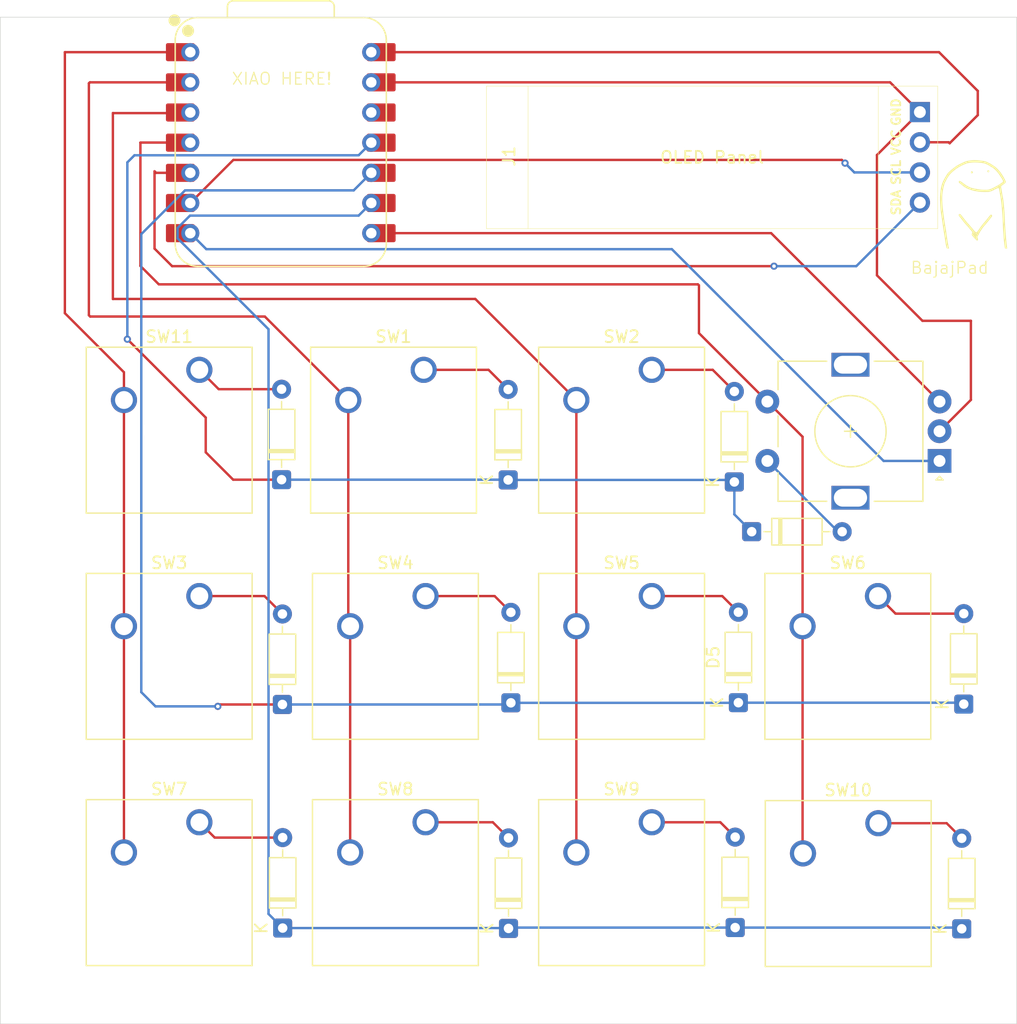
<source format=kicad_pcb>
(kicad_pcb (version 20241229) (generator "pcbnew") (generator_version "9.0")
  (layers (0 "F.Cu" signal) (2 "B.Cu" signal) (13 "F.Paste" user) (15 "B.Paste" user) (5 "F.SilkS" user "F.Silkscreen") (7 "B.SilkS" user "B.Silkscreen") (1 "F.Mask" user) (3 "B.Mask" user) (25 "Edge.Cuts" user))
  (net 0 "")
  (net 1 "Row1")
  (net 2 "Net-(D1-A)")
  (net 3 "Net-(D2-A)")
  (net 4 "Row2")
  (net 5 "Net-(D3-A)")
  (net 6 "Net-(D4-A)")
  (net 7 "Net-(D5-A)")
  (net 8 "Net-(D6-A)")
  (net 9 "Net-(D7-A)")
  (net 10 "Row3")
  (net 11 "Net-(D8-A)")
  (net 12 "Net-(D9-A)")
  (net 13 "Net-(D10-A)")
  (net 14 "Net-(D11-A)")
  (net 15 "Net-(D16-A)")
  (net 16 "+5V")
  (net 17 "SDA")
  (net 18 "SCL")
  (net 19 "GND")
  (net 20 "Col2")
  (net 21 "Col3")
  (net 22 "Col1")
  (net 23 "Col4")
  (net 24 "EC11A")
  (net 25 "EC11B")
  (footprint "hackpad:RotaryEncoder_Alps_EC11E-Switch_Vertical_H20mm_3d" (layer "F.Cu") (at 150.6 59.74 180)
    (property "Reference" "SW16" (hide yes))
    (property "Value" "RotaryEncoder_Switch" (hide yes))
    (pad "A" thru_hole rect (at 0 0 180) (size 2 2) (drill 1) (layers "*.Cu" "*.Mask") (net 24 "EC11A"))
    (pad "B" thru_hole circle (at 0 5 180) (size 2 2) (drill 1) (layers "*.Cu" "*.Mask") (net 25 "EC11B"))
    (pad "C" thru_hole circle (at 0 2.5 180) (size 2 2) (drill 1) (layers "*.Cu" "*.Mask") (net 19 "GND"))
    (pad "MP" thru_hole rect (at 7.5 -3.1 180) (size 3.2 2) (drill oval 2.8 1.5) (layers "*.Cu" "*.Mask"))
    (pad "MP" thru_hole rect (at 7.5 8.1 180) (size 3.2 2) (drill oval 2.8 1.5) (layers "*.Cu" "*.Mask"))
    (pad "S1" thru_hole circle (at 14.5 5 180) (size 2 2) (drill 1) (layers "*.Cu" "*.Mask") (net 23 "Col4"))
    (pad "S2" thru_hole circle (at 14.5 0 180) (size 2 2) (drill 1) (layers "*.Cu" "*.Mask") (net 15 "Net-(D16-A)"))
  )
  (footprint "hackpad:SW_Cherry_MX_1.00u_PCB_3D" (layer "F.Cu") (at 107.15625 52.07)
    (property "Reference" "SW1" (at -2.54 -2.794 0) (layer "F.SilkS"))
    (property "Value" "SW_Push")
    (pad "" np_thru_hole circle (at -7.62 5.08) (size 1.7 1.7) (drill 1.7) (layers "*.Cu" "*.Mask"))
    (pad "" np_thru_hole circle (at -2.54 5.08) (size 4 4) (drill 4) (layers "*.Cu" "*.Mask"))
    (pad "" np_thru_hole circle (at 2.54 5.08) (size 1.7 1.7) (drill 1.7) (layers "*.Cu" "*.Mask"))
    (pad "1" thru_hole circle (at 0 0) (size 2.2 2.2) (drill 1.5) (layers "*.Cu" "*.Mask") (net 2 "Net-(D1-A)"))
    (pad "2" thru_hole circle (at -6.35 2.54) (size 2.2 2.2) (drill 1.5) (layers "*.Cu" "*.Mask") (net 20 "Col2"))
  )
  (footprint "Diode_THT:D_DO-35_SOD27_P7.62mm_Horizontal" (layer "F.Cu") (at 152.64 80.22 90)
    (property "Reference" "D6" (hide yes))
    (property "Value" "1N4148")
    (fp_text user "K" (at 0 -1.8 90) (layer "F.SilkS"))
    (pad "1" thru_hole roundrect (at 0 0 90) (size 1.6 1.6) (drill 0.8) (layers "*.Cu" "*.Mask") (roundrect_rratio 0.15625) (net 4 "Row2"))
    (pad "2" thru_hole circle (at 7.62 0 90) (size 1.6 1.6) (drill 0.8) (layers "*.Cu" "*.Mask") (net 8 "Net-(D6-A)"))
  )
  (footprint "hackpad:SW_Cherry_MX_1.00u_PCB_3D" (layer "F.Cu") (at 126.365 90.17)
    (property "Reference" "SW9" (at -2.54 -2.794 0) (layer "F.SilkS"))
    (property "Value" "SW_Push")
    (pad "" np_thru_hole circle (at -7.62 5.08) (size 1.7 1.7) (drill 1.7) (layers "*.Cu" "*.Mask"))
    (pad "" np_thru_hole circle (at -2.54 5.08) (size 4 4) (drill 4) (layers "*.Cu" "*.Mask"))
    (pad "" np_thru_hole circle (at 2.54 5.08) (size 1.7 1.7) (drill 1.7) (layers "*.Cu" "*.Mask"))
    (pad "1" thru_hole circle (at 0 0) (size 2.2 2.2) (drill 1.5) (layers "*.Cu" "*.Mask") (net 12 "Net-(D9-A)"))
    (pad "2" thru_hole circle (at -6.35 2.54) (size 2.2 2.2) (drill 1.5) (layers "*.Cu" "*.Mask") (net 21 "Col3"))
  )
  (footprint "hackpad:SW_Cherry_MX_1.00u_PCB_3D" (layer "F.Cu") (at 88.265 71.12)
    (property "Reference" "SW3" (at -2.54 -2.794 0) (layer "F.SilkS"))
    (property "Value" "SW_Push")
    (pad "" np_thru_hole circle (at -7.62 5.08) (size 1.7 1.7) (drill 1.7) (layers "*.Cu" "*.Mask"))
    (pad "" np_thru_hole circle (at -2.54 5.08) (size 4 4) (drill 4) (layers "*.Cu" "*.Mask"))
    (pad "" np_thru_hole circle (at 2.54 5.08) (size 1.7 1.7) (drill 1.7) (layers "*.Cu" "*.Mask"))
    (pad "1" thru_hole circle (at 0 0) (size 2.2 2.2) (drill 1.5) (layers "*.Cu" "*.Mask") (net 5 "Net-(D3-A)"))
    (pad "2" thru_hole circle (at -6.35 2.54) (size 2.2 2.2) (drill 1.5) (layers "*.Cu" "*.Mask") (net 22 "Col1"))
  )
  (footprint "Diode_THT:D_DO-35_SOD27_P7.62mm_Horizontal" (layer "F.Cu") (at 114.3 99.11 90)
    (property "Reference" "D8" (hide yes))
    (property "Value" "1N4148")
    (fp_text user "K" (at 0 -1.8 90) (layer "F.SilkS"))
    (pad "1" thru_hole roundrect (at 0 0 90) (size 1.6 1.6) (drill 0.8) (layers "*.Cu" "*.Mask") (roundrect_rratio 0.15625) (net 10 "Row3"))
    (pad "2" thru_hole circle (at 7.62 0 90) (size 1.6 1.6) (drill 0.8) (layers "*.Cu" "*.Mask") (net 11 "Net-(D8-A)"))
  )
  (footprint "Diode_THT:D_DO-35_SOD27_P7.62mm_Horizontal" (layer "F.Cu") (at 95.28 99.08 90)
    (property "Reference" "D7" (hide yes))
    (property "Value" "1N4148")
    (fp_text user "K" (at 0 -1.8 90) (layer "F.SilkS"))
    (pad "1" thru_hole roundrect (at 0 0 90) (size 1.6 1.6) (drill 0.8) (layers "*.Cu" "*.Mask") (roundrect_rratio 0.15625) (net 10 "Row3"))
    (pad "2" thru_hole circle (at 7.62 0 90) (size 1.6 1.6) (drill 0.8) (layers "*.Cu" "*.Mask") (net 9 "Net-(D7-A)"))
  )
  (footprint "Diode_THT:D_DO-35_SOD27_P7.62mm_Horizontal" (layer "F.Cu") (at 133.39 99.04 90)
    (property "Reference" "D9" (hide yes))
    (property "Value" "1N4148")
    (fp_text user "K" (at 0 -1.8 90) (layer "F.SilkS"))
    (pad "1" thru_hole roundrect (at 0 0 90) (size 1.6 1.6) (drill 0.8) (layers "*.Cu" "*.Mask") (roundrect_rratio 0.15625) (net 10 "Row3"))
    (pad "2" thru_hole circle (at 7.62 0 90) (size 1.6 1.6) (drill 0.8) (layers "*.Cu" "*.Mask") (net 12 "Net-(D9-A)"))
  )
  (footprint "Diode_THT:D_DO-35_SOD27_P7.62mm_Horizontal" (layer "F.Cu") (at 134.78 65.7)
    (property "Reference" "D16" (hide yes))
    (property "Value" "1N4148" (hide yes))
    (pad "1" thru_hole roundrect (at 0 0) (size 1.6 1.6) (drill 0.8) (layers "*.Cu" "*.Mask") (roundrect_rratio 0.15625) (net 1 "Row1"))
    (pad "2" thru_hole circle (at 7.62 0) (size 1.6 1.6) (drill 0.8) (layers "*.Cu" "*.Mask") (net 15 "Net-(D16-A)"))
  )
  (footprint "hackpad:SW_Cherry_MX_1.00u_PCB_3D" (layer "F.Cu") (at 126.365 71.12)
    (property "Reference" "SW5" (at -2.54 -2.794 0) (layer "F.SilkS"))
    (property "Value" "SW_Push")
    (pad "" np_thru_hole circle (at -7.62 5.08) (size 1.7 1.7) (drill 1.7) (layers "*.Cu" "*.Mask"))
    (pad "" np_thru_hole circle (at -2.54 5.08) (size 4 4) (drill 4) (layers "*.Cu" "*.Mask"))
    (pad "" np_thru_hole circle (at 2.54 5.08) (size 1.7 1.7) (drill 1.7) (layers "*.Cu" "*.Mask"))
    (pad "1" thru_hole circle (at 0 0) (size 2.2 2.2) (drill 1.5) (layers "*.Cu" "*.Mask") (net 7 "Net-(D5-A)"))
    (pad "2" thru_hole circle (at -6.35 2.54) (size 2.2 2.2) (drill 1.5) (layers "*.Cu" "*.Mask") (net 21 "Col3"))
  )
  (footprint "Diode_THT:D_DO-35_SOD27_P7.62mm_Horizontal" (layer "F.Cu") (at 95.19 61.32 90)
    (property "Reference" "D11" (hide yes))
    (property "Value" "1N4148")
    (pad "1" thru_hole roundrect (at 0 0 90) (size 1.6 1.6) (drill 0.8) (layers "*.Cu" "*.Mask") (roundrect_rratio 0.15625) (net 1 "Row1"))
    (pad "2" thru_hole circle (at 7.62 0 90) (size 1.6 1.6) (drill 0.8) (layers "*.Cu" "*.Mask") (net 14 "Net-(D11-A)"))
  )
  (footprint "Diode_THT:D_DO-35_SOD27_P7.62mm_Horizontal" (layer "F.Cu") (at 133.66 80.1 90)
    (property "Reference" "D5" (at 3.81 -2.12 90) (layer "F.SilkS"))
    (property "Value" "1N4148" (hide yes))
    (fp_text user "K" (at 0 -1.8 90) (layer "F.SilkS"))
    (pad "1" thru_hole roundrect (at 0 0 90) (size 1.6 1.6) (drill 0.8) (layers "*.Cu" "*.Mask") (roundrect_rratio 0.15625) (net 4 "Row2"))
    (pad "2" thru_hole circle (at 7.62 0 90) (size 1.6 1.6) (drill 0.8) (layers "*.Cu" "*.Mask") (net 7 "Net-(D5-A)"))
  )
  (footprint "hackpad:SW_Cherry_MX_1.00u_PCB_3D" (layer "F.Cu") (at 126.365 52.07)
    (property "Reference" "SW2" (at -2.54 -2.794 0) (layer "F.SilkS"))
    (property "Value" "SW_Push")
    (pad "" np_thru_hole circle (at -7.62 5.08) (size 1.7 1.7) (drill 1.7) (layers "*.Cu" "*.Mask"))
    (pad "" np_thru_hole circle (at -2.54 5.08) (size 4 4) (drill 4) (layers "*.Cu" "*.Mask"))
    (pad "" np_thru_hole circle (at 2.54 5.08) (size 1.7 1.7) (drill 1.7) (layers "*.Cu" "*.Mask"))
    (pad "1" thru_hole circle (at 0 0) (size 2.2 2.2) (drill 1.5) (layers "*.Cu" "*.Mask") (net 3 "Net-(D2-A)"))
    (pad "2" thru_hole circle (at -6.35 2.54) (size 2.2 2.2) (drill 1.5) (layers "*.Cu" "*.Mask") (net 21 "Col3"))
  )
  (footprint "hackpad:SW_Cherry_MX_1.00u_PCB_3D" (layer "F.Cu") (at 88.265 90.17)
    (property "Reference" "SW7" (at -2.54 -2.794 0) (layer "F.SilkS"))
    (property "Value" "SW_Push")
    (pad "" np_thru_hole circle (at -7.62 5.08) (size 1.7 1.7) (drill 1.7) (layers "*.Cu" "*.Mask"))
    (pad "" np_thru_hole circle (at -2.54 5.08) (size 4 4) (drill 4) (layers "*.Cu" "*.Mask"))
    (pad "" np_thru_hole circle (at 2.54 5.08) (size 1.7 1.7) (drill 1.7) (layers "*.Cu" "*.Mask"))
    (pad "1" thru_hole circle (at 0 0) (size 2.2 2.2) (drill 1.5) (layers "*.Cu" "*.Mask") (net 9 "Net-(D7-A)"))
    (pad "2" thru_hole circle (at -6.35 2.54) (size 2.2 2.2) (drill 1.5) (layers "*.Cu" "*.Mask") (net 22 "Col1"))
  )
  (footprint "hackpad:XIAO-RP2040-DIP_3d" (layer "F.Cu") (at 95.12 32.9385)
    (property "Reference" "U1" (hide yes))
    (property "Value" "XIAO-RP2040-DIP")
    (pad "1" smd roundrect (at -8.455 -7.62 180) (size 2.432 1.524) (layers "F.Cu" "F.Mask") (roundrect_rratio 0.1) (net 22 "Col1"))
    (pad "1" thru_hole circle (at -7.62 -7.62 180) (size 1.524 1.524) (drill 0.889) (layers "*.Cu" "*.Mask") (net 22 "Col1"))
    (pad "2" smd roundrect (at -8.455 -5.08 180) (size 2.432 1.524) (layers "F.Cu" "F.Mask") (roundrect_rratio 0.1) (net 20 "Col2"))
    (pad "2" thru_hole circle (at -7.62 -5.08 180) (size 1.524 1.524) (drill 0.889) (layers "*.Cu" "*.Mask") (net 20 "Col2"))
    (pad "3" smd roundrect (at -8.455 -2.54 180) (size 2.432 1.524) (layers "F.Cu" "F.Mask") (roundrect_rratio 0.1) (net 21 "Col3"))
    (pad "3" thru_hole circle (at -7.62 -2.54 180) (size 1.524 1.524) (drill 0.889) (layers "*.Cu" "*.Mask") (net 21 "Col3"))
    (pad "4" smd roundrect (at -8.455 0 180) (size 2.432 1.524) (layers "F.Cu" "F.Mask") (roundrect_rratio 0.1) (net 23 "Col4"))
    (pad "4" thru_hole circle (at -7.62 0 180) (size 1.524 1.524) (drill 0.889) (layers "*.Cu" "*.Mask") (net 23 "Col4"))
    (pad "5" smd roundrect (at -8.455 2.54 180) (size 2.432 1.524) (layers "F.Cu" "F.Mask") (roundrect_rratio 0.1) (net 17 "SDA"))
    (pad "5" thru_hole circle (at -7.62 2.54 180) (size 1.524 1.524) (drill 0.889) (layers "*.Cu" "*.Mask") (net 17 "SDA"))
    (pad "6" smd roundrect (at -8.455 5.08 180) (size 2.432 1.524) (layers "F.Cu" "F.Mask") (roundrect_rratio 0.1) (net 18 "SCL"))
    (pad "6" thru_hole circle (at -7.62 5.08 180) (size 1.524 1.524) (drill 0.889) (layers "*.Cu" "*.Mask") (net 18 "SCL"))
    (pad "7" smd roundrect (at -8.455 7.62 180) (size 2.432 1.524) (layers "F.Cu" "F.Mask") (roundrect_rratio 0.1) (net 24 "EC11A"))
    (pad "7" thru_hole circle (at -7.62 7.62 180) (size 1.524 1.524) (drill 0.889) (layers "*.Cu" "*.Mask") (net 24 "EC11A"))
    (pad "8" thru_hole circle (at 7.62 7.62) (size 1.524 1.524) (drill 0.889) (layers "*.Cu" "*.Mask") (net 25 "EC11B"))
    (pad "8" smd roundrect (at 8.455 7.62) (size 2.432 1.524) (layers "F.Cu" "F.Mask") (roundrect_rratio 0.1) (net 25 "EC11B"))
    (pad "9" thru_hole circle (at 7.62 5.08) (size 1.524 1.524) (drill 0.889) (layers "*.Cu" "*.Mask") (net 10 "Row3"))
    (pad "9" smd roundrect (at 8.455 5.08) (size 2.432 1.524) (layers "F.Cu" "F.Mask") (roundrect_rratio 0.1) (net 10 "Row3"))
    (pad "10" thru_hole circle (at 7.62 2.54) (size 1.524 1.524) (drill 0.889) (layers "*.Cu" "*.Mask") (net 4 "Row2"))
    (pad "10" smd roundrect (at 8.455 2.54) (size 2.432 1.524) (layers "F.Cu" "F.Mask") (roundrect_rratio 0.1) (net 4 "Row2"))
    (pad "11" thru_hole circle (at 7.62 0) (size 1.524 1.524) (drill 0.889) (layers "*.Cu" "*.Mask") (net 1 "Row1"))
    (pad "11" smd roundrect (at 8.455 0) (size 2.432 1.524) (layers "F.Cu" "F.Mask") (roundrect_rratio 0.1) (net 1 "Row1"))
    (pad "12" thru_hole circle (at 7.62 -2.54) (size 1.524 1.524) (drill 0.889) (layers "*.Cu" "*.Mask"))
    (pad "12" smd roundrect (at 8.455 -2.54) (size 2.432 1.524) (layers "F.Cu" "F.Mask") (roundrect_rratio 0.1))
    (pad "13" thru_hole circle (at 7.62 -5.08) (size 1.524 1.524) (drill 0.889) (layers "*.Cu" "*.Mask") (net 19 "GND"))
    (pad "13" smd roundrect (at 8.455 -5.08) (size 2.432 1.524) (layers "F.Cu" "F.Mask") (roundrect_rratio 0.1) (net 19 "GND"))
    (pad "14" thru_hole circle (at 7.62 -7.62) (size 1.524 1.524) (drill 0.889) (layers "*.Cu" "*.Mask") (net 16 "+5V"))
    (pad "14" smd roundrect (at 8.455 -7.62) (size 2.432 1.524) (layers "F.Cu" "F.Mask") (roundrect_rratio 0.1) (net 16 "+5V"))
  )
  (footprint "hackpad:SSD1306-0.91-OLED-4pin-128x32_3d" (layer "F.Cu") (at 112.445 28.175)
    (property "Reference" "J1" (at 1.9 5.91 90) (layer "F.SilkS"))
    (property "Value" "OLED_Disp")
    (fp_text user "SDA" (at 34.5 9.81 270) (layer "F.SilkS") (effects (font (size 0.75 0.75))))
    (fp_text user "VCC" (at 34.5 4.73 270) (layer "F.SilkS") (effects (font (size 0.75 0.75))))
    (fp_text user "OLED Panel" (at 19 6 0) (layer "F.SilkS"))
    (fp_text user "SCL" (at 34.5 7.27 270) (layer "F.SilkS") (effects (font (size 0.75 0.75))))
    (fp_text user "GND" (at 34.5 2.19 270) (layer "F.SilkS") (effects (font (size 0.75 0.75))))
    (pad "1" thru_hole rect (at 36.5 2.19) (size 1.7 1.7) (drill 1) (layers "*.Cu" "*.Mask") (net 19 "GND"))
    (pad "2" thru_hole oval (at 36.5 4.73) (size 1.7 1.7) (drill 1) (layers "*.Cu" "*.Mask") (net 16 "+5V"))
    (pad "3" thru_hole oval (at 36.5 7.27) (size 1.7 1.7) (drill 1) (layers "*.Cu" "*.Mask") (net 18 "SCL"))
    (pad "4" thru_hole oval (at 36.5 9.81) (size 1.7 1.7) (drill 1) (layers "*.Cu" "*.Mask") (net 17 "SDA"))
  )
  (footprint "Diode_THT:D_DO-35_SOD27_P7.62mm_Horizontal" (layer "F.Cu") (at 114.5 80.11 90)
    (property "Reference" "D4" (hide yes))
    (property "Value" "1N4148" (hide yes))
    (pad "1" thru_hole roundrect (at 0 0 90) (size 1.6 1.6) (drill 0.8) (layers "*.Cu" "*.Mask") (roundrect_rratio 0.15625) (net 4 "Row2"))
    (pad "2" thru_hole circle (at 7.62 0 90) (size 1.6 1.6) (drill 0.8) (layers "*.Cu" "*.Mask") (net 6 "Net-(D4-A)"))
  )
  (footprint "hackpad:SW_Cherry_MX_1.00u_PCB_3D" (layer "F.Cu") (at 145.415 71.12)
    (property "Reference" "SW6" (at -2.54 -2.794 0) (layer "F.SilkS"))
    (property "Value" "SW_Push")
    (pad "" np_thru_hole circle (at -7.62 5.08) (size 1.7 1.7) (drill 1.7) (layers "*.Cu" "*.Mask"))
    (pad "" np_thru_hole circle (at -2.54 5.08) (size 4 4) (drill 4) (layers "*.Cu" "*.Mask"))
    (pad "" np_thru_hole circle (at 2.54 5.08) (size 1.7 1.7) (drill 1.7) (layers "*.Cu" "*.Mask"))
    (pad "1" thru_hole circle (at 0 0) (size 2.2 2.2) (drill 1.5) (layers "*.Cu" "*.Mask") (net 8 "Net-(D6-A)"))
    (pad "2" thru_hole circle (at -6.35 2.54) (size 2.2 2.2) (drill 1.5) (layers "*.Cu" "*.Mask") (net 23 "Col4"))
  )
  (footprint "Photo:ok" (layer "F.Cu") (at 153.42969 36.851298)
    (property "Reference" "G***" (hide yes))
    (property "Value" "LOGO" (hide yes))
  )
  (footprint "Diode_THT:D_DO-35_SOD27_P7.62mm_Horizontal" (layer "F.Cu") (at 95.26 80.25 90)
    (property "Reference" "D3" (hide yes))
    (property "Value" "1N4148")
    (pad "1" thru_hole roundrect (at 0 0 90) (size 1.6 1.6) (drill 0.8) (layers "*.Cu" "*.Mask") (roundrect_rratio 0.15625) (net 4 "Row2"))
    (pad "2" thru_hole circle (at 7.62 0 90) (size 1.6 1.6) (drill 0.8) (layers "*.Cu" "*.Mask") (net 5 "Net-(D3-A)"))
  )
  (footprint "Diode_THT:D_DO-35_SOD27_P7.62mm_Horizontal" (layer "F.Cu") (at 133.32 61.51 90)
    (property "Reference" "D2" (hide yes))
    (property "Value" "1N4148" (hide yes))
    (fp_text user "K" (at 0 -1.8 90) (layer "F.SilkS"))
    (pad "1" thru_hole roundrect (at 0 0 90) (size 1.6 1.6) (drill 0.8) (layers "*.Cu" "*.Mask") (roundrect_rratio 0.15625) (net 1 "Row1"))
    (pad "2" thru_hole circle (at 7.62 0 90) (size 1.6 1.6) (drill 0.8) (layers "*.Cu" "*.Mask") (net 3 "Net-(D2-A)"))
  )
  (footprint "hackpad:SW_Cherry_MX_1.00u_PCB_3D" (layer "F.Cu") (at 88.265 52.07)
    (property "Reference" "SW11" (at -2.54 -2.794 0) (layer "F.SilkS"))
    (property "Value" "SW_Push")
    (pad "" np_thru_hole circle (at -7.62 5.08) (size 1.7 1.7) (drill 1.7) (layers "*.Cu" "*.Mask"))
    (pad "" np_thru_hole circle (at -2.54 5.08) (size 4 4) (drill 4) (layers "*.Cu" "*.Mask"))
    (pad "" np_thru_hole circle (at 2.54 5.08) (size 1.7 1.7) (drill 1.7) (layers "*.Cu" "*.Mask"))
    (pad "1" thru_hole circle (at 0 0) (size 2.2 2.2) (drill 1.5) (layers "*.Cu" "*.Mask") (net 14 "Net-(D11-A)"))
    (pad "2" thru_hole circle (at -6.35 2.54) (size 2.2 2.2) (drill 1.5) (layers "*.Cu" "*.Mask") (net 22 "Col1"))
  )
  (footprint "hackpad:SW_Cherry_MX_1.00u_PCB_3D" (layer "F.Cu") (at 145.45 90.25)
    (property "Reference" "SW10" (at -2.54 -2.794 0) (layer "F.SilkS"))
    (property "Value" "SW_Push")
    (pad "" np_thru_hole circle (at -7.62 5.08) (size 1.7 1.7) (drill 1.7) (layers "*.Cu" "*.Mask"))
    (pad "" np_thru_hole circle (at -2.54 5.08) (size 4 4) (drill 4) (layers "*.Cu" "*.Mask"))
    (pad "" np_thru_hole circle (at 2.54 5.08) (size 1.7 1.7) (drill 1.7) (layers "*.Cu" "*.Mask"))
    (pad "1" thru_hole circle (at 0 0) (size 2.2 2.2) (drill 1.5) (layers "*.Cu" "*.Mask") (net 13 "Net-(D10-A)"))
    (pad "2" thru_hole circle (at -6.35 2.54) (size 2.2 2.2) (drill 1.5) (layers "*.Cu" "*.Mask") (net 23 "Col4"))
  )
  (footprint "Diode_THT:D_DO-35_SOD27_P7.62mm_Horizontal" (layer "F.Cu") (at 152.47 99.14 90)
    (property "Reference" "D10" (hide yes))
    (property "Value" "1N4148")
    (fp_text user "K" (at 0 -1.8 90) (layer "F.SilkS"))
    (pad "1" thru_hole roundrect (at 0 0 90) (size 1.6 1.6) (drill 0.8) (layers "*.Cu" "*.Mask") (roundrect_rratio 0.15625) (net 10 "Row3"))
    (pad "2" thru_hole circle (at 7.62 0 90) (size 1.6 1.6) (drill 0.8) (layers "*.Cu" "*.Mask") (net 13 "Net-(D10-A)"))
  )
  (footprint "Diode_THT:D_DO-35_SOD27_P7.62mm_Horizontal" (layer "F.Cu") (at 114.27 61.34 90)
    (property "Reference" "D1" (hide yes))
    (property "Value" "1N4148" (hide yes))
    (fp_text user "K" (at 0 -1.8 90) (layer "F.SilkS"))
    (pad "1" thru_hole roundrect (at 0 0 90) (size 1.6 1.6) (drill 0.8) (layers "*.Cu" "*.Mask") (roundrect_rratio 0.15625) (net 1 "Row1"))
    (pad "2" thru_hole circle (at 7.62 0 90) (size 1.6 1.6) (drill 0.8) (layers "*.Cu" "*.Mask") (net 2 "Net-(D1-A)"))
  )
  (footprint "hackpad:SW_Cherry_MX_1.00u_PCB_3D" (layer "F.Cu") (at 107.315 71.12)
    (property "Reference" "SW4" (at -2.54 -2.794 0) (layer "F.SilkS"))
    (property "Value" "SW_Push")
    (pad "" np_thru_hole circle (at -7.62 5.08) (size 1.7 1.7) (drill 1.7) (layers "*.Cu" "*.Mask"))
    (pad "" np_thru_hole circle (at -2.54 5.08) (size 4 4) (drill 4) (layers "*.Cu" "*.Mask"))
    (pad "" np_thru_hole circle (at 2.54 5.08) (size 1.7 1.7) (drill 1.7) (layers "*.Cu" "*.Mask"))
    (pad "1" thru_hole circle (at 0 0) (size 2.2 2.2) (drill 1.5) (layers "*.Cu" "*.Mask") (net 6 "Net-(D4-A)"))
    (pad "2" thru_hole circle (at -6.35 2.54) (size 2.2 2.2) (drill 1.5) (layers "*.Cu" "*.Mask") (net 20 "Col2"))
  )
  (footprint "hackpad:SW_Cherry_MX_1.00u_PCB_3D" (layer "F.Cu") (at 107.315 90.17)
    (property "Reference" "SW8" (at -2.54 -2.794 0) (layer "F.SilkS"))
    (property "Value" "SW_Push")
    (pad "" np_thru_hole circle (at -7.62 5.08) (size 1.7 1.7) (drill 1.7) (layers "*.Cu" "*.Mask"))
    (pad "" np_thru_hole circle (at -2.54 5.08) (size 4 4) (drill 4) (layers "*.Cu" "*.Mask"))
    (pad "" np_thru_hole circle (at 2.54 5.08) (size 1.7 1.7) (drill 1.7) (layers "*.Cu" "*.Mask"))
    (pad "1" thru_hole circle (at 0 0) (size 2.2 2.2) (drill 1.5) (layers "*.Cu" "*.Mask") (net 11 "Net-(D8-A)"))
    (pad "2" thru_hole circle (at -6.35 2.54) (size 2.2 2.2) (drill 1.5) (layers "*.Cu" "*.Mask") (net 20 "Col2"))
  )
  (gr_rect (start 71.5 22.37) (end 157.1 107.15) (stroke (width 0.05)) (fill no) (layer "Edge.Cuts"))
  (gr_text "XIAO HERE!" (at 90.93 28.14 0) (layer "F.SilkS") (effects (font (size 1 1) (thickness 0.1)) (justify left bottom)))
  (gr_text " BajajPad" (at 147.34 44.06 0) (layer "F.SilkS") (effects (font (size 1 1) (thickness 0.1)) (justify left bottom)))
  (segment (start 88.8 59.01) (end 91.11 61.32) (width 0.2) (layer "F.Cu") (net 1))
  (segment (start 91.11 61.32) (end 95.19 61.32) (width 0.2) (layer "F.Cu") (net 1))
  (segment (start 82.2 49.49) (end 88.8 56.09) (width 0.2) (layer "F.Cu") (net 1))
  (segment (start 88.8 56.09) (end 88.8 59.01) (width 0.2) (layer "F.Cu") (net 1))
  (via (at 82.2 49.49) (size 0.6) (drill 0.3) (layers "F.Cu" "B.Cu") (net 1))
  (segment (start 102.74 32.9385) (end 101.677 34.0015) (width 0.2) (layer "B.Cu") (net 1))
  (segment (start 133.32 61.51) (end 133.32 64.24) (width 0.2) (layer "B.Cu") (net 1))
  (segment (start 101.677 34.0015) (end 82.7985 34.0015) (width 0.2) (layer "B.Cu") (net 1))
  (segment (start 114.27 61.34) (end 133.15 61.34) (width 0.2) (layer "B.Cu") (net 1))
  (segment (start 133.15 61.34) (end 133.32 61.51) (width 0.2) (layer "B.Cu") (net 1))
  (segment (start 82.2 34.6) (end 82.2 49.49) (width 0.2) (layer "B.Cu") (net 1))
  (segment (start 82.7985 34.0015) (end 82.2 34.6) (width 0.2) (layer "B.Cu") (net 1))
  (segment (start 133.32 64.24) (end 134.78 65.7) (width 0.2) (layer "B.Cu") (net 1))
  (segment (start 95.19 61.32) (end 114.25 61.32) (width 0.2) (layer "B.Cu") (net 1))
  (segment (start 114.25 61.32) (end 114.27 61.34) (width 0.2) (layer "B.Cu") (net 1))
  (segment (start 107.15625 52.07) (end 112.62 52.07) (width 0.2) (layer "F.Cu") (net 2))
  (segment (start 112.62 52.07) (end 114.27 53.72) (width 0.2) (layer "F.Cu") (net 2))
  (segment (start 131.5 52.07) (end 133.32 53.89) (width 0.2) (layer "F.Cu") (net 3))
  (segment (start 126.365 52.07) (end 131.5 52.07) (width 0.2) (layer "F.Cu") (net 3))
  (segment (start 89.82 80.41) (end 89.98 80.25) (width 0.2) (layer "F.Cu") (net 4))
  (segment (start 89.98 80.25) (end 95.26 80.25) (width 0.2) (layer "F.Cu") (net 4))
  (via (at 89.82 80.41) (size 0.6) (drill 0.3) (layers "F.Cu" "B.Cu") (net 4))
  (segment (start 114.36 80.25) (end 114.5 80.11) (width 0.2) (layer "B.Cu") (net 4))
  (segment (start 114.5 80.11) (end 133.65 80.11) (width 0.2) (layer "B.Cu") (net 4))
  (segment (start 101.263 36.9555) (end 87.05969 36.9555) (width 0.2) (layer "B.Cu") (net 4))
  (segment (start 133.66 80.1) (end 152.52 80.1) (width 0.2) (layer "B.Cu") (net 4))
  (segment (start 152.52 80.1) (end 152.64 80.22) (width 0.2) (layer "B.Cu") (net 4))
  (segment (start 83.374 40.64119) (end 83.374 79.214) (width 0.2) (layer "B.Cu") (net 4))
  (segment (start 102.74 35.4785) (end 101.263 36.9555) (width 0.2) (layer "B.Cu") (net 4))
  (segment (start 95.26 80.25) (end 114.36 80.25) (width 0.2) (layer "B.Cu") (net 4))
  (segment (start 84.57 80.41) (end 89.82 80.41) (width 0.2) (layer "B.Cu") (net 4))
  (segment (start 87.05969 36.9555) (end 83.374 40.64119) (width 0.2) (layer "B.Cu") (net 4))
  (segment (start 133.65 80.11) (end 133.66 80.1) (width 0.2) (layer "B.Cu") (net 4))
  (segment (start 83.374 79.214) (end 84.57 80.41) (width 0.2) (layer "B.Cu") (net 4))
  (segment (start 93.75 71.12) (end 95.26 72.63) (width 0.2) (layer "F.Cu") (net 5))
  (segment (start 88.265 71.12) (end 93.75 71.12) (width 0.2) (layer "F.Cu") (net 5))
  (segment (start 107.315 71.12) (end 113.13 71.12) (width 0.2) (layer "F.Cu") (net 6))
  (segment (start 113.13 71.12) (end 114.5 72.49) (width 0.2) (layer "F.Cu") (net 6))
  (segment (start 132.3 71.12) (end 133.66 72.48) (width 0.2) (layer "F.Cu") (net 7))
  (segment (start 126.365 71.12) (end 132.3 71.12) (width 0.2) (layer "F.Cu") (net 7))
  (segment (start 145.415 71.12) (end 146.895 72.6) (width 0.2) (layer "F.Cu") (net 8))
  (segment (start 146.895 72.6) (end 152.64 72.6) (width 0.2) (layer "F.Cu") (net 8))
  (segment (start 89.555 91.46) (end 95.28 91.46) (width 0.2) (layer "F.Cu") (net 9))
  (segment (start 88.265 90.17) (end 89.555 91.46) (width 0.2) (layer "F.Cu") (net 9))
  (segment (start 95.28 99.08) (end 114.27 99.08) (width 0.2) (layer "B.Cu") (net 10))
  (segment (start 114.35 99.11) (end 114.42 99.04) (width 0.2) (layer "B.Cu") (net 10))
  (segment (start 87.47369 39.0815) (end 101.677 39.0815) (width 0.2) (layer "B.Cu") (net 10))
  (segment (start 94.089 97.889) (end 94.089 48.65081) (width 0.2) (layer "B.Cu") (net 10))
  (segment (start 133.39 99.04) (end 152.37 99.04) (width 0.2) (layer "B.Cu") (net 10))
  (segment (start 86.437 40.99881) (end 86.437 40.11819) (width 0.2) (layer "B.Cu") (net 10))
  (segment (start 86.437 40.11819) (end 87.47369 39.0815) (width 0.2) (layer "B.Cu") (net 10))
  (segment (start 114.27 99.08) (end 114.3 99.11) (width 0.2) (layer "B.Cu") (net 10))
  (segment (start 101.677 39.0815) (end 102.74 38.0185) (width 0.2) (layer "B.Cu") (net 10))
  (segment (start 114.42 99.04) (end 133.39 99.04) (width 0.2) (layer "B.Cu") (net 10))
  (segment (start 94.089 48.65081) (end 86.437 40.99881) (width 0.2) (layer "B.Cu") (net 10))
  (segment (start 114.3 99.11) (end 114.35 99.11) (width 0.2) (layer "B.Cu") (net 10))
  (segment (start 152.37 99.04) (end 152.47 99.14) (width 0.2) (layer "B.Cu") (net 10))
  (segment (start 95.28 99.08) (end 94.089 97.889) (width 0.2) (layer "B.Cu") (net 10))
  (segment (start 112.98 90.17) (end 114.3 91.49) (width 0.2) (layer "F.Cu") (net 11))
  (segment (start 107.315 90.17) (end 112.98 90.17) (width 0.2) (layer "F.Cu") (net 11))
  (segment (start 126.365 90.17) (end 132.14 90.17) (width 0.2) (layer "F.Cu") (net 12))
  (segment (start 132.14 90.17) (end 133.39 91.42) (width 0.2) (layer "F.Cu") (net 12))
  (segment (start 145.45 90.25) (end 151.2 90.25) (width 0.2) (layer "F.Cu") (net 13))
  (segment (start 151.2 90.25) (end 152.47 91.52) (width 0.2) (layer "F.Cu") (net 13))
  (segment (start 88.265 52.07) (end 89.895 53.7) (width 0.2) (layer "F.Cu") (net 14))
  (segment (start 89.895 53.7) (end 95.19 53.7) (width 0.2) (layer "F.Cu") (net 14))
  (segment (start 142.06 65.7) (end 142.4 65.7) (width 0.2) (layer "B.Cu") (net 15))
  (segment (start 136.1 59.74) (end 142.06 65.7) (width 0.2) (layer "B.Cu") (net 15))
  (segment (start 153.82 30.62) (end 151.45 32.99) (width 0.2) (layer "F.Cu") (net 16))
  (segment (start 151.45 32.99) (end 151.365 32.905) (width 0.2) (layer "F.Cu") (net 16))
  (segment (start 153.82 28.58) (end 153.82 30.62) (width 0.2) (layer "F.Cu") (net 16))
  (segment (start 102.74 25.3185) (end 150.5585 25.3185) (width 0.2) (layer "F.Cu") (net 16))
  (segment (start 151.365 32.905) (end 148.945 32.905) (width 0.2) (layer "F.Cu") (net 16))
  (segment (start 150.5585 25.3185) (end 153.82 28.58) (width 0.2) (layer "F.Cu") (net 16))
  (segment (start 85.97 43.34) (end 136.66 43.34) (width 0.2) (layer "F.Cu") (net 17))
  (segment (start 87.5 35.4785) (end 86.665 35.4785) (width 0.2) (layer "F.Cu") (net 17))
  (segment (start 84.49 41.86) (end 85.97 43.34) (width 0.2) (layer "F.Cu") (net 17))
  (segment (start 87.5 35.4785) (end 84.6185 35.4785) (width 0.2) (layer "F.Cu") (net 17))
  (segment (start 84.49 35.35) (end 84.49 41.86) (width 0.2) (layer "F.Cu") (net 17))
  (segment (start 84.6185 35.4785) (end 84.49 35.35) (width 0.2) (layer "F.Cu") (net 17))
  (via (at 136.66 43.34) (size 0.6) (drill 0.3) (layers "F.Cu" "B.Cu") (net 17))
  (segment (start 148.945 37.985) (end 143.59 43.34) (width 0.2) (layer "B.Cu") (net 17))
  (segment (start 143.59 43.34) (end 136.66 43.34) (width 0.2) (layer "B.Cu") (net 17))
  (segment (start 142.37 34.39) (end 142.64 34.66) (width 0.2) (layer "F.Cu") (net 18))
  (segment (start 87.5 38.0185) (end 91.1285 34.39) (width 0.2) (layer "F.Cu") (net 18))
  (segment (start 91.1285 34.39) (end 142.37 34.39) (width 0.2) (layer "F.Cu") (net 18))
  (via (at 142.64 34.66) (size 0.6) (drill 0.3) (layers "F.Cu" "B.Cu") (net 18))
  (segment (start 142.64 34.66) (end 143.425 35.445) (width 0.2) (layer "B.Cu") (net 18))
  (segment (start 143.425 35.445) (end 148.945 35.445) (width 0.2) (layer "B.Cu") (net 18))
  (segment (start 146.4385 27.8585) (end 148.945 30.365) (width 0.2) (layer "F.Cu") (net 19))
  (segment (start 145.33 33.98) (end 145.33 44.11) (width 0.2) (layer "F.Cu") (net 19))
  (segment (start 145.33 44.11) (end 149.16 47.94) (width 0.2) (layer "F.Cu") (net 19))
  (segment (start 148.945 30.365) (end 145.33 33.98) (width 0.2) (layer "F.Cu") (net 19))
  (segment (start 102.74 27.8585) (end 146.4385 27.8585) (width 0.2) (layer "F.Cu") (net 19))
  (segment (start 149.16 47.94) (end 153.24 47.94) (width 0.2) (layer "F.Cu") (net 19))
  (segment (start 153.24 47.94) (end 153.24 54.6) (width 0.2) (layer "F.Cu") (net 19))
  (segment (start 153.24 54.6) (end 150.6 57.24) (width 0.2) (layer "F.Cu") (net 19))
  (segment (start 79.07 47.58) (end 93.77625 47.58) (width 0.2) (layer "F.Cu") (net 20))
  (segment (start 78.96 47.47) (end 79.07 47.58) (width 0.2) (layer "F.Cu") (net 20))
  (segment (start 79.0415 27.8585) (end 78.96 27.94) (width 0.2) (layer "F.Cu") (net 20))
  (segment (start 87.5 27.8585) (end 79.0415 27.8585) (width 0.2) (layer "F.Cu") (net 20))
  (segment (start 100.80625 73.50125) (end 100.965 73.66) (width 0.2) (layer "F.Cu") (net 20))
  (segment (start 93.77625 47.58) (end 100.80625 54.61) (width 0.2) (layer "F.Cu") (net 20))
  (segment (start 100.80625 54.61) (end 100.80625 73.50125) (width 0.2) (layer "F.Cu") (net 20))
  (segment (start 78.96 27.94) (end 78.96 47.47) (width 0.2) (layer "F.Cu") (net 20))
  (segment (start 100.965 73.66) (end 100.965 92.71) (width 0.2) (layer "F.Cu") (net 20))
  (segment (start 120.015 54.61) (end 120.015 73.66) (width 0.2) (layer "F.Cu") (net 21))
  (segment (start 120.015 73.66) (end 120.015 92.71) (width 0.2) (layer "F.Cu") (net 21))
  (segment (start 87.4485 30.45) (end 80.98 30.45) (width 0.2) (layer "F.Cu") (net 21))
  (segment (start 87.5 30.3985) (end 87.4485 30.45) (width 0.2) (layer "F.Cu") (net 21))
  (segment (start 80.98 46.1) (end 111.505 46.1) (width 0.2) (layer "F.Cu") (net 21))
  (segment (start 80.98 30.45) (end 80.98 46.1) (width 0.2) (layer "F.Cu") (net 21))
  (segment (start 111.505 46.1) (end 120.015 54.61) (width 0.2) (layer "F.Cu") (net 21))
  (segment (start 81.915 73.66) (end 81.915 92.71) (width 0.2) (layer "F.Cu") (net 22))
  (segment (start 81.915 54.61) (end 81.915 73.66) (width 0.2) (layer "F.Cu") (net 22))
  (segment (start 76.9385 25.3185) (end 76.9385 47.2985) (width 0.2) (layer "F.Cu") (net 22))
  (segment (start 81.915 52.275) (end 81.915 54.61) (width 0.2) (layer "F.Cu") (net 22))
  (segment (start 87.5 25.3185) (end 76.9385 25.3185) (width 0.2) (layer "F.Cu") (net 22))
  (segment (start 76.9385 47.2985) (end 81.915 52.275) (width 0.2) (layer "F.Cu") (net 22))
  (segment (start 130.34 44.96) (end 130.34 48.98) (width 0.2) (layer "F.Cu") (net 23))
  (segment (start 139.065 73.66) (end 139.065 92.755) (width 0.2) (layer "F.Cu") (net 23))
  (segment (start 83.3 43.32) (end 84.85 44.87) (width 0.2) (layer "F.Cu") (net 23))
  (segment (start 130.34 48.98) (end 136.1 54.74) (width 0.2) (layer "F.Cu") (net 23))
  (segment (start 87.4915 32.93) (end 83.3 32.93) (width 0.2) (layer "F.Cu") (net 23))
  (segment (start 130.25 44.87) (end 130.34 44.96) (width 0.2) (layer "F.Cu") (net 23))
  (segment (start 139.065 92.755) (end 139.1 92.79) (width 0.2) (layer "F.Cu") (net 23))
  (segment (start 136.1 54.74) (end 139.065 57.705) (width 0.2) (layer "F.Cu") (net 23))
  (segment (start 84.85 44.87) (end 130.25 44.87) (width 0.2) (layer "F.Cu") (net 23))
  (segment (start 87.5 32.9385) (end 87.4915 32.93) (width 0.2) (layer "F.Cu") (net 23))
  (segment (start 83.3 32.93) (end 83.3 43.32) (width 0.2) (layer "F.Cu") (net 23))
  (segment (start 139.065 57.705) (end 139.065 73.66) (width 0.2) (layer "F.Cu") (net 23))
  (segment (start 145.89 59.74) (end 128.06 41.91) (width 0.2) (layer "B.Cu") (net 24))
  (segment (start 87.5 40.5585) (end 88.8515 41.91) (width 0.2) (layer "B.Cu") (net 24))
  (segment (start 150.6 59.74) (end 145.89 59.74) (width 0.2) (layer "B.Cu") (net 24))
  (segment (start 88.8515 41.91) (end 128.06 41.91) (width 0.2) (layer "B.Cu") (net 24))
  (segment (start 102.74 40.5585) (end 136.4185 40.5585) (width 0.2) (layer "F.Cu") (net 25))
  (segment (start 136.4185 40.5585) (end 150.6 54.74) (width 0.2) (layer "F.Cu") (net 25))
)
</source>
